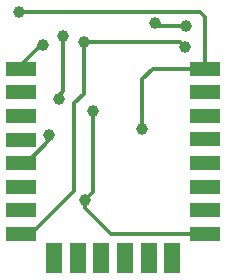
<source format=gbl>
G04 Layer_Physical_Order=2*
G04 Layer_Color=16711680*
%FSLAX25Y25*%
%MOIN*%
G70*
G01*
G75*
%ADD22C,0.01181*%
%ADD23C,0.01000*%
%ADD24C,0.03937*%
%ADD25R,0.10236X0.04724*%
%ADD26R,0.05500X0.10000*%
D22*
X335450Y290482D02*
X335531Y290400D01*
X396950Y345582D02*
Y362696D01*
X395177Y364469D02*
X396950Y362696D01*
X334744Y364469D02*
X395177D01*
X356890Y299213D02*
X365521Y290582D01*
X356890Y299213D02*
Y301772D01*
X375886Y342028D02*
X379440Y345582D01*
X375886Y325394D02*
Y342028D01*
X379921Y359744D02*
Y360629D01*
X380137Y360844D01*
X335550Y345582D02*
Y346770D01*
X338907Y290482D02*
X353331Y304906D01*
X335550Y346770D02*
X342224Y353445D01*
X343012D01*
X356594Y354528D02*
X388386D01*
X390256Y352658D01*
X379921Y359744D02*
X390650D01*
X353331Y304906D02*
Y334039D01*
X356594Y337303D01*
Y354528D01*
X356890Y301772D02*
X359449Y304331D01*
Y331594D01*
X344980Y321683D02*
Y323524D01*
X337379Y314082D02*
X344980Y321683D01*
X335550Y314082D02*
X337379D01*
X335450Y290482D02*
X338907D01*
X379440Y345582D02*
X396950D01*
X365521Y290582D02*
X396950D01*
X348130Y335433D02*
Y336516D01*
X349606Y337992D01*
Y356398D01*
D23*
X335450Y298382D02*
X335603Y298228D01*
D24*
X334842Y337795D02*
D03*
Y329782D02*
D03*
Y321982D02*
D03*
X397342Y290551D02*
D03*
X334842Y306182D02*
D03*
Y290400D02*
D03*
Y298382D02*
D03*
X397342Y345391D02*
D03*
X334744Y364469D02*
D03*
X356890Y301772D02*
D03*
X375886Y325394D02*
D03*
X397342Y329921D02*
D03*
Y322082D02*
D03*
X390650Y359744D02*
D03*
X380137Y360844D02*
D03*
X343012Y353445D02*
D03*
X356594Y354528D02*
D03*
X349606Y356398D02*
D03*
X390256Y352658D02*
D03*
X359449Y331594D02*
D03*
X344980Y323524D02*
D03*
X348130Y335433D02*
D03*
D25*
X335550Y345582D02*
D03*
Y337782D02*
D03*
Y329782D02*
D03*
Y321982D02*
D03*
Y314082D02*
D03*
X335450Y306182D02*
D03*
Y298382D02*
D03*
X396950Y290582D02*
D03*
Y306282D02*
D03*
Y314082D02*
D03*
Y322082D02*
D03*
Y329882D02*
D03*
Y337782D02*
D03*
Y345582D02*
D03*
X335450Y290482D02*
D03*
X396950Y298482D02*
D03*
D26*
X346550Y282382D02*
D03*
X354550D02*
D03*
X362350D02*
D03*
X370350D02*
D03*
X378150D02*
D03*
X385950D02*
D03*
M02*

</source>
